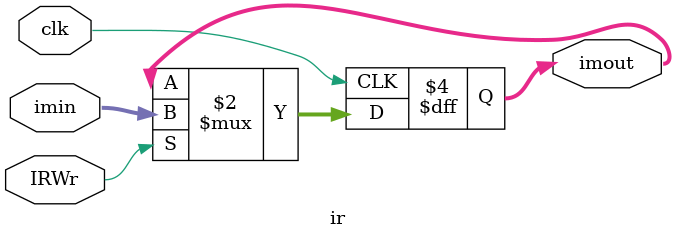
<source format=v>
module ir(input [31:0] imin,  
         input IRWr,  
         input clk, 
         output reg [31:0] imout);
always @(negedge clk) begin
        if(IRWr) imout <= imin;  
end
endmodule

</source>
